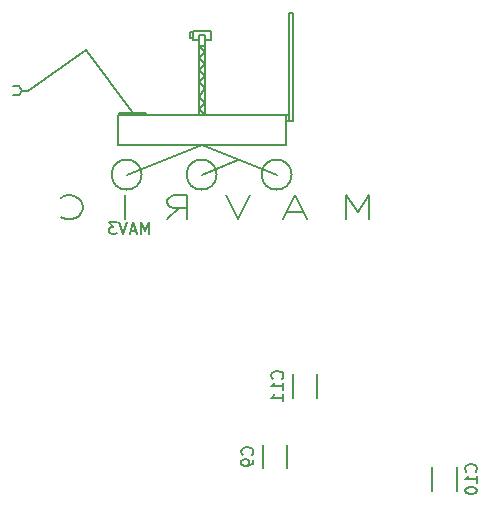
<source format=gbr>
G04 #@! TF.FileFunction,Legend,Bot*
%FSLAX46Y46*%
G04 Gerber Fmt 4.6, Leading zero omitted, Abs format (unit mm)*
G04 Created by KiCad (PCBNEW 4.0.0-rc2-stable) date 7/13/2016 8:06:37 PM*
%MOMM*%
G01*
G04 APERTURE LIST*
%ADD10C,0.100000*%
%ADD11C,0.150000*%
%ADD12C,0.160000*%
G04 APERTURE END LIST*
D10*
D11*
X158242000Y-46609000D02*
X157988000Y-46990000D01*
X157988000Y-46990000D02*
X157480000Y-46990000D01*
X158242000Y-46609000D02*
X157988000Y-46228000D01*
X157988000Y-46228000D02*
X157480000Y-46228000D01*
X167640000Y-48514000D02*
X163703000Y-43180000D01*
X163703000Y-43180000D02*
X158750000Y-46609000D01*
X158750000Y-46609000D02*
X158242000Y-46609000D01*
X168783000Y-48514000D02*
X166497000Y-48514000D01*
X166370000Y-51181000D02*
X180594000Y-51181000D01*
X180594000Y-48641000D02*
X166370000Y-48641000D01*
X181102000Y-40005000D02*
X181229000Y-40005000D01*
X181229000Y-49149000D02*
X180975000Y-49149000D01*
X173736000Y-42291000D02*
X174244000Y-42291000D01*
X172974000Y-42291000D02*
X173228000Y-42291000D01*
X173228000Y-42799000D02*
X173736000Y-42799000D01*
X173736000Y-42291000D02*
X173736000Y-41910000D01*
X173736000Y-41910000D02*
X173228000Y-41910000D01*
X173228000Y-41910000D02*
X173228000Y-42291000D01*
X172720000Y-42164000D02*
X172466000Y-42164000D01*
X172466000Y-42164000D02*
X172466000Y-41656000D01*
X172466000Y-41656000D02*
X172720000Y-41656000D01*
X172974000Y-42291000D02*
X172720000Y-42291000D01*
X172720000Y-42291000D02*
X172720000Y-41529000D01*
X172720000Y-41529000D02*
X173228000Y-41529000D01*
X172974000Y-41529000D02*
X174244000Y-41529000D01*
X174244000Y-41529000D02*
X174244000Y-42291000D01*
X173736000Y-48641000D02*
X173228000Y-48133000D01*
X173228000Y-48133000D02*
X173736000Y-47625000D01*
X173736000Y-47625000D02*
X173228000Y-47117000D01*
X173228000Y-47117000D02*
X173736000Y-46355000D01*
X173736000Y-46355000D02*
X173228000Y-45847000D01*
X173228000Y-45847000D02*
X173736000Y-45339000D01*
X173736000Y-45339000D02*
X173228000Y-44831000D01*
X173228000Y-44831000D02*
X173736000Y-44323000D01*
X173736000Y-44323000D02*
X173228000Y-43815000D01*
X173228000Y-43815000D02*
X173736000Y-43307000D01*
X173736000Y-43307000D02*
X173228000Y-42799000D01*
X173736000Y-48641000D02*
X173228000Y-48641000D01*
X173228000Y-48641000D02*
X173228000Y-42291000D01*
X173736000Y-42291000D02*
X173736000Y-48641000D01*
X180848000Y-49149000D02*
X181102000Y-49149000D01*
X181229000Y-49149000D02*
X181229000Y-40005000D01*
X181102000Y-40005000D02*
X180848000Y-40005000D01*
X180848000Y-40005000D02*
X180848000Y-48641000D01*
X180594000Y-49149000D02*
X180848000Y-49149000D01*
X180848000Y-49149000D02*
X180848000Y-48641000D01*
X180848000Y-48641000D02*
X180594000Y-48641000D01*
X168402000Y-53721000D02*
G75*
G03X168402000Y-53721000I-1270000J0D01*
G01*
X174752000Y-53721000D02*
G75*
G03X174752000Y-53721000I-1270000J0D01*
G01*
X181102000Y-53721000D02*
G75*
G03X181102000Y-53721000I-1270000J0D01*
G01*
X173482000Y-53721000D02*
X176530000Y-52451000D01*
X173482000Y-51181000D02*
X167132000Y-53721000D01*
X166370000Y-51181000D02*
X166370000Y-48641000D01*
X173482000Y-51181000D02*
X179832000Y-53721000D01*
X180594000Y-48641000D02*
X180594000Y-51181000D01*
X178680000Y-78597000D02*
X178680000Y-76597000D01*
X180730000Y-76597000D02*
X180730000Y-78597000D01*
X195081000Y-78502000D02*
X195081000Y-80502000D01*
X193031000Y-80502000D02*
X193031000Y-78502000D01*
X181220000Y-72628000D02*
X181220000Y-70628000D01*
X183270000Y-70628000D02*
X183270000Y-72628000D01*
X169052667Y-58745381D02*
X169052667Y-57745381D01*
X168719333Y-58459667D01*
X168386000Y-57745381D01*
X168386000Y-58745381D01*
X167957429Y-58459667D02*
X167481238Y-58459667D01*
X168052667Y-58745381D02*
X167719334Y-57745381D01*
X167386000Y-58745381D01*
X167195524Y-57745381D02*
X166862191Y-58745381D01*
X166528857Y-57745381D01*
X166290762Y-57745381D02*
X165671714Y-57745381D01*
X166005048Y-58126333D01*
X165862190Y-58126333D01*
X165766952Y-58173952D01*
X165719333Y-58221571D01*
X165671714Y-58316810D01*
X165671714Y-58554905D01*
X165719333Y-58650143D01*
X165766952Y-58697762D01*
X165862190Y-58745381D01*
X166147905Y-58745381D01*
X166243143Y-58697762D01*
X166290762Y-58650143D01*
D12*
X187688499Y-57483262D02*
X187688499Y-55483262D01*
X186688499Y-56911833D01*
X185688499Y-55483262D01*
X185688499Y-57483262D01*
X182117071Y-56911833D02*
X180688500Y-56911833D01*
X182402786Y-57483262D02*
X181402786Y-55483262D01*
X180402786Y-57483262D01*
X177545643Y-55483262D02*
X176545643Y-57483262D01*
X175545643Y-55483262D01*
X170545643Y-57483262D02*
X171545643Y-56530881D01*
X172259928Y-57483262D02*
X172259928Y-55483262D01*
X171117071Y-55483262D01*
X170831357Y-55578500D01*
X170688500Y-55673738D01*
X170545643Y-55864214D01*
X170545643Y-56149929D01*
X170688500Y-56340405D01*
X170831357Y-56435643D01*
X171117071Y-56530881D01*
X172259928Y-56530881D01*
X166974214Y-57483262D02*
X166974214Y-55483262D01*
X161545644Y-57292786D02*
X161688501Y-57388024D01*
X162117072Y-57483262D01*
X162402786Y-57483262D01*
X162831358Y-57388024D01*
X163117072Y-57197548D01*
X163259929Y-57007071D01*
X163402786Y-56626119D01*
X163402786Y-56340405D01*
X163259929Y-55959452D01*
X163117072Y-55768976D01*
X162831358Y-55578500D01*
X162402786Y-55483262D01*
X162117072Y-55483262D01*
X161688501Y-55578500D01*
X161545644Y-55673738D01*
D11*
X177762143Y-77430334D02*
X177809762Y-77382715D01*
X177857381Y-77239858D01*
X177857381Y-77144620D01*
X177809762Y-77001762D01*
X177714524Y-76906524D01*
X177619286Y-76858905D01*
X177428810Y-76811286D01*
X177285952Y-76811286D01*
X177095476Y-76858905D01*
X177000238Y-76906524D01*
X176905000Y-77001762D01*
X176857381Y-77144620D01*
X176857381Y-77239858D01*
X176905000Y-77382715D01*
X176952619Y-77430334D01*
X177857381Y-77906524D02*
X177857381Y-78097000D01*
X177809762Y-78192239D01*
X177762143Y-78239858D01*
X177619286Y-78335096D01*
X177428810Y-78382715D01*
X177047857Y-78382715D01*
X176952619Y-78335096D01*
X176905000Y-78287477D01*
X176857381Y-78192239D01*
X176857381Y-78001762D01*
X176905000Y-77906524D01*
X176952619Y-77858905D01*
X177047857Y-77811286D01*
X177285952Y-77811286D01*
X177381190Y-77858905D01*
X177428810Y-77906524D01*
X177476429Y-78001762D01*
X177476429Y-78192239D01*
X177428810Y-78287477D01*
X177381190Y-78335096D01*
X177285952Y-78382715D01*
X196713143Y-78859143D02*
X196760762Y-78811524D01*
X196808381Y-78668667D01*
X196808381Y-78573429D01*
X196760762Y-78430571D01*
X196665524Y-78335333D01*
X196570286Y-78287714D01*
X196379810Y-78240095D01*
X196236952Y-78240095D01*
X196046476Y-78287714D01*
X195951238Y-78335333D01*
X195856000Y-78430571D01*
X195808381Y-78573429D01*
X195808381Y-78668667D01*
X195856000Y-78811524D01*
X195903619Y-78859143D01*
X196808381Y-79811524D02*
X196808381Y-79240095D01*
X196808381Y-79525809D02*
X195808381Y-79525809D01*
X195951238Y-79430571D01*
X196046476Y-79335333D01*
X196094095Y-79240095D01*
X195808381Y-80430571D02*
X195808381Y-80525810D01*
X195856000Y-80621048D01*
X195903619Y-80668667D01*
X195998857Y-80716286D01*
X196189333Y-80763905D01*
X196427429Y-80763905D01*
X196617905Y-80716286D01*
X196713143Y-80668667D01*
X196760762Y-80621048D01*
X196808381Y-80525810D01*
X196808381Y-80430571D01*
X196760762Y-80335333D01*
X196713143Y-80287714D01*
X196617905Y-80240095D01*
X196427429Y-80192476D01*
X196189333Y-80192476D01*
X195998857Y-80240095D01*
X195903619Y-80287714D01*
X195856000Y-80335333D01*
X195808381Y-80430571D01*
X180302143Y-70985143D02*
X180349762Y-70937524D01*
X180397381Y-70794667D01*
X180397381Y-70699429D01*
X180349762Y-70556571D01*
X180254524Y-70461333D01*
X180159286Y-70413714D01*
X179968810Y-70366095D01*
X179825952Y-70366095D01*
X179635476Y-70413714D01*
X179540238Y-70461333D01*
X179445000Y-70556571D01*
X179397381Y-70699429D01*
X179397381Y-70794667D01*
X179445000Y-70937524D01*
X179492619Y-70985143D01*
X180397381Y-71937524D02*
X180397381Y-71366095D01*
X180397381Y-71651809D02*
X179397381Y-71651809D01*
X179540238Y-71556571D01*
X179635476Y-71461333D01*
X179683095Y-71366095D01*
X180397381Y-72889905D02*
X180397381Y-72318476D01*
X180397381Y-72604190D02*
X179397381Y-72604190D01*
X179540238Y-72508952D01*
X179635476Y-72413714D01*
X179683095Y-72318476D01*
M02*

</source>
